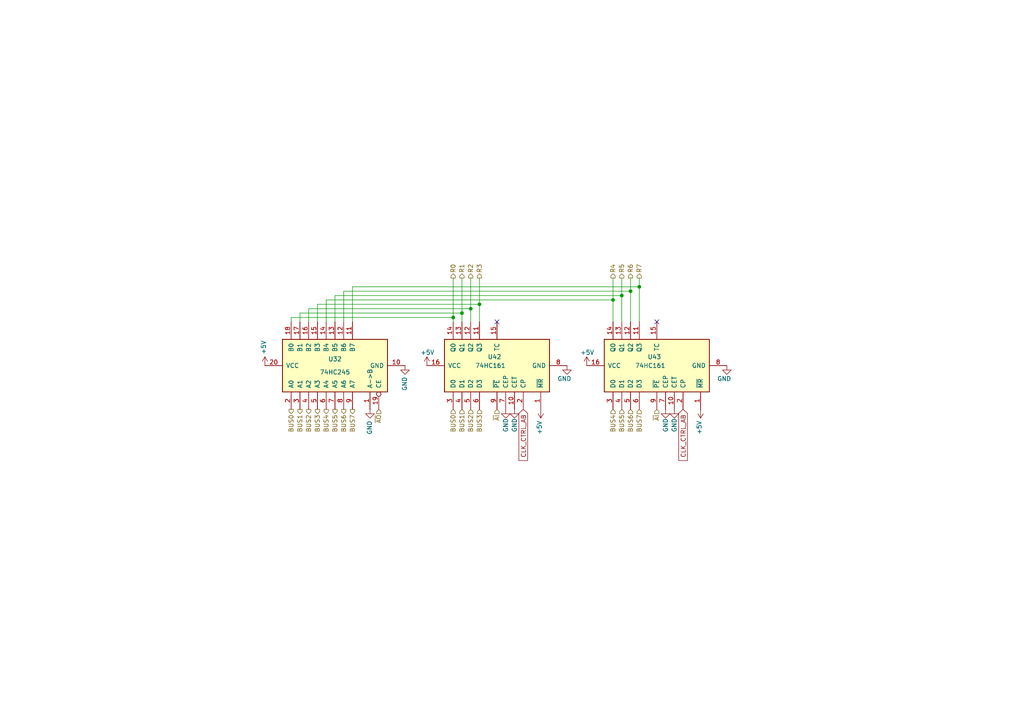
<source format=kicad_sch>
(kicad_sch (version 20211123) (generator eeschema)

  (uuid f8529c76-1044-4634-9957-c14ed2657ad1)

  (paper "A4")

  (title_block
    (title "A Register")
    (date "2023-10-27")
    (rev "2.0")
    (comment 2 "creativecommons.org/licenses/by-nc-sa/4.0/")
    (comment 3 "This work is licensed under CC BY-NC-SA 4.0")
    (comment 4 "Author: Carsten Herting (slu4)")
  )

  (lib_symbols
    (symbol "8-Bit CPU 32k:74HC161" (pin_names (offset 1.016)) (in_bom yes) (on_board yes)
      (property "Reference" "U" (id 0) (at -7.62 16.51 0)
        (effects (font (size 1.27 1.27)))
      )
      (property "Value" "74HC161" (id 1) (at -7.62 -16.51 0)
        (effects (font (size 1.27 1.27)))
      )
      (property "Footprint" "" (id 2) (at 0 0 0)
        (effects (font (size 1.27 1.27)) hide)
      )
      (property "Datasheet" "http://www.ti.com/lit/gpn/sn74LS161" (id 3) (at 0 0 0)
        (effects (font (size 1.27 1.27)) hide)
      )
      (property "ki_locked" "" (id 4) (at 0 0 0)
        (effects (font (size 1.27 1.27)))
      )
      (property "ki_keywords" "TTL CNT CNT4" (id 5) (at 0 0 0)
        (effects (font (size 1.27 1.27)) hide)
      )
      (property "ki_description" "Synchronous 4-bit programmable binary Counter" (id 6) (at 0 0 0)
        (effects (font (size 1.27 1.27)) hide)
      )
      (property "ki_fp_filters" "DIP?16*" (id 7) (at 0 0 0)
        (effects (font (size 1.27 1.27)) hide)
      )
      (symbol "74HC161_1_0"
        (pin input line (at -12.7 -12.7 0) (length 5.08)
          (name "~{MR}" (effects (font (size 1.27 1.27))))
          (number "1" (effects (font (size 1.27 1.27))))
        )
        (pin input line (at -12.7 -5.08 0) (length 5.08)
          (name "CET" (effects (font (size 1.27 1.27))))
          (number "10" (effects (font (size 1.27 1.27))))
        )
        (pin output line (at 12.7 5.08 180) (length 5.08)
          (name "Q3" (effects (font (size 1.27 1.27))))
          (number "11" (effects (font (size 1.27 1.27))))
        )
        (pin output line (at 12.7 7.62 180) (length 5.08)
          (name "Q2" (effects (font (size 1.27 1.27))))
          (number "12" (effects (font (size 1.27 1.27))))
        )
        (pin output line (at 12.7 10.16 180) (length 5.08)
          (name "Q1" (effects (font (size 1.27 1.27))))
          (number "13" (effects (font (size 1.27 1.27))))
        )
        (pin output line (at 12.7 12.7 180) (length 5.08)
          (name "Q0" (effects (font (size 1.27 1.27))))
          (number "14" (effects (font (size 1.27 1.27))))
        )
        (pin output line (at 12.7 0 180) (length 5.08)
          (name "TC" (effects (font (size 1.27 1.27))))
          (number "15" (effects (font (size 1.27 1.27))))
        )
        (pin power_in line (at 0 20.32 270) (length 5.08)
          (name "VCC" (effects (font (size 1.27 1.27))))
          (number "16" (effects (font (size 1.27 1.27))))
        )
        (pin input line (at -12.7 -7.62 0) (length 5.08)
          (name "CP" (effects (font (size 1.27 1.27))))
          (number "2" (effects (font (size 1.27 1.27))))
        )
        (pin input line (at -12.7 12.7 0) (length 5.08)
          (name "D0" (effects (font (size 1.27 1.27))))
          (number "3" (effects (font (size 1.27 1.27))))
        )
        (pin input line (at -12.7 10.16 0) (length 5.08)
          (name "D1" (effects (font (size 1.27 1.27))))
          (number "4" (effects (font (size 1.27 1.27))))
        )
        (pin input line (at -12.7 7.62 0) (length 5.08)
          (name "D2" (effects (font (size 1.27 1.27))))
          (number "5" (effects (font (size 1.27 1.27))))
        )
        (pin input line (at -12.7 5.08 0) (length 5.08)
          (name "D3" (effects (font (size 1.27 1.27))))
          (number "6" (effects (font (size 1.27 1.27))))
        )
        (pin input line (at -12.7 -2.54 0) (length 5.08)
          (name "CEP" (effects (font (size 1.27 1.27))))
          (number "7" (effects (font (size 1.27 1.27))))
        )
        (pin power_in line (at 0 -20.32 90) (length 5.08)
          (name "GND" (effects (font (size 1.27 1.27))))
          (number "8" (effects (font (size 1.27 1.27))))
        )
        (pin input line (at -12.7 0 0) (length 5.08)
          (name "~{PE}" (effects (font (size 1.27 1.27))))
          (number "9" (effects (font (size 1.27 1.27))))
        )
      )
      (symbol "74HC161_1_1"
        (rectangle (start -7.62 15.24) (end 7.62 -15.24)
          (stroke (width 0.254) (type default) (color 0 0 0 0))
          (fill (type background))
        )
      )
    )
    (symbol "8-Bit CPU 32k:74HC245" (pin_names (offset 1.016)) (in_bom yes) (on_board yes)
      (property "Reference" "U" (id 0) (at 0 -6.35 90)
        (effects (font (size 1.27 1.27)))
      )
      (property "Value" "74HC245" (id 1) (at 0 2.54 90)
        (effects (font (size 1.27 1.27)))
      )
      (property "Footprint" "" (id 2) (at 0 0 0)
        (effects (font (size 1.27 1.27)) hide)
      )
      (property "Datasheet" "http://www.ti.com/lit/gpn/sn74HC245" (id 3) (at 0 -17.78 0)
        (effects (font (size 1.27 1.27)) hide)
      )
      (property "ki_locked" "" (id 4) (at 0 0 0)
        (effects (font (size 1.27 1.27)))
      )
      (property "ki_keywords" "HCMOS BUS 3State" (id 5) (at 0 0 0)
        (effects (font (size 1.27 1.27)) hide)
      )
      (property "ki_description" "Octal BUS Transceivers, 3-State outputs" (id 6) (at 0 0 0)
        (effects (font (size 1.27 1.27)) hide)
      )
      (property "ki_fp_filters" "DIP?20*" (id 7) (at 0 0 0)
        (effects (font (size 1.27 1.27)) hide)
      )
      (symbol "74HC245_1_0"
        (pin input line (at -12.7 -10.16 0) (length 5.08)
          (name "A->B" (effects (font (size 1.27 1.27))))
          (number "1" (effects (font (size 1.27 1.27))))
        )
        (pin power_in line (at 0 -20.32 90) (length 5.08)
          (name "GND" (effects (font (size 1.27 1.27))))
          (number "10" (effects (font (size 1.27 1.27))))
        )
        (pin input line (at 12.7 -5.08 180) (length 5.08)
          (name "B7" (effects (font (size 1.27 1.27))))
          (number "11" (effects (font (size 1.27 1.27))))
        )
        (pin input line (at 12.7 -2.54 180) (length 5.08)
          (name "B6" (effects (font (size 1.27 1.27))))
          (number "12" (effects (font (size 1.27 1.27))))
        )
        (pin input line (at 12.7 0 180) (length 5.08)
          (name "B5" (effects (font (size 1.27 1.27))))
          (number "13" (effects (font (size 1.27 1.27))))
        )
        (pin input line (at 12.7 2.54 180) (length 5.08)
          (name "B4" (effects (font (size 1.27 1.27))))
          (number "14" (effects (font (size 1.27 1.27))))
        )
        (pin input line (at 12.7 5.08 180) (length 5.08)
          (name "B3" (effects (font (size 1.27 1.27))))
          (number "15" (effects (font (size 1.27 1.27))))
        )
        (pin input line (at 12.7 7.62 180) (length 5.08)
          (name "B2" (effects (font (size 1.27 1.27))))
          (number "16" (effects (font (size 1.27 1.27))))
        )
        (pin input line (at 12.7 10.16 180) (length 5.08)
          (name "B1" (effects (font (size 1.27 1.27))))
          (number "17" (effects (font (size 1.27 1.27))))
        )
        (pin input line (at 12.7 12.7 180) (length 5.08)
          (name "B0" (effects (font (size 1.27 1.27))))
          (number "18" (effects (font (size 1.27 1.27))))
        )
        (pin input inverted (at -12.7 -12.7 0) (length 5.08)
          (name "CE" (effects (font (size 1.27 1.27))))
          (number "19" (effects (font (size 1.27 1.27))))
        )
        (pin tri_state line (at -12.7 12.7 0) (length 5.08)
          (name "A0" (effects (font (size 1.27 1.27))))
          (number "2" (effects (font (size 1.27 1.27))))
        )
        (pin power_in line (at 0 20.32 270) (length 5.08)
          (name "VCC" (effects (font (size 1.27 1.27))))
          (number "20" (effects (font (size 1.27 1.27))))
        )
        (pin tri_state line (at -12.7 10.16 0) (length 5.08)
          (name "A1" (effects (font (size 1.27 1.27))))
          (number "3" (effects (font (size 1.27 1.27))))
        )
        (pin tri_state line (at -12.7 7.62 0) (length 5.08)
          (name "A2" (effects (font (size 1.27 1.27))))
          (number "4" (effects (font (size 1.27 1.27))))
        )
        (pin tri_state line (at -12.7 5.08 0) (length 5.08)
          (name "A3" (effects (font (size 1.27 1.27))))
          (number "5" (effects (font (size 1.27 1.27))))
        )
        (pin tri_state line (at -12.7 2.54 0) (length 5.08)
          (name "A4" (effects (font (size 1.27 1.27))))
          (number "6" (effects (font (size 1.27 1.27))))
        )
        (pin tri_state line (at -12.7 0 0) (length 5.08)
          (name "A5" (effects (font (size 1.27 1.27))))
          (number "7" (effects (font (size 1.27 1.27))))
        )
        (pin tri_state line (at -12.7 -2.54 0) (length 5.08)
          (name "A6" (effects (font (size 1.27 1.27))))
          (number "8" (effects (font (size 1.27 1.27))))
        )
        (pin tri_state line (at -12.7 -5.08 0) (length 5.08)
          (name "A7" (effects (font (size 1.27 1.27))))
          (number "9" (effects (font (size 1.27 1.27))))
        )
      )
      (symbol "74HC245_1_1"
        (rectangle (start -7.62 15.24) (end 7.62 -15.24)
          (stroke (width 0.254) (type default) (color 0 0 0 0))
          (fill (type background))
        )
      )
    )
    (symbol "power:+5V" (power) (pin_names (offset 0)) (in_bom yes) (on_board yes)
      (property "Reference" "#PWR" (id 0) (at 0 -3.81 0)
        (effects (font (size 1.27 1.27)) hide)
      )
      (property "Value" "+5V" (id 1) (at 0 3.556 0)
        (effects (font (size 1.27 1.27)))
      )
      (property "Footprint" "" (id 2) (at 0 0 0)
        (effects (font (size 1.27 1.27)) hide)
      )
      (property "Datasheet" "" (id 3) (at 0 0 0)
        (effects (font (size 1.27 1.27)) hide)
      )
      (property "ki_keywords" "power-flag" (id 4) (at 0 0 0)
        (effects (font (size 1.27 1.27)) hide)
      )
      (property "ki_description" "Power symbol creates a global label with name \"+5V\"" (id 5) (at 0 0 0)
        (effects (font (size 1.27 1.27)) hide)
      )
      (symbol "+5V_0_1"
        (polyline
          (pts
            (xy -0.762 1.27)
            (xy 0 2.54)
          )
          (stroke (width 0) (type default) (color 0 0 0 0))
          (fill (type none))
        )
        (polyline
          (pts
            (xy 0 0)
            (xy 0 2.54)
          )
          (stroke (width 0) (type default) (color 0 0 0 0))
          (fill (type none))
        )
        (polyline
          (pts
            (xy 0 2.54)
            (xy 0.762 1.27)
          )
          (stroke (width 0) (type default) (color 0 0 0 0))
          (fill (type none))
        )
      )
      (symbol "+5V_1_1"
        (pin power_in line (at 0 0 90) (length 0) hide
          (name "+5V" (effects (font (size 1.27 1.27))))
          (number "1" (effects (font (size 1.27 1.27))))
        )
      )
    )
    (symbol "power:GND" (power) (pin_names (offset 0)) (in_bom yes) (on_board yes)
      (property "Reference" "#PWR" (id 0) (at 0 -6.35 0)
        (effects (font (size 1.27 1.27)) hide)
      )
      (property "Value" "GND" (id 1) (at 0 -3.81 0)
        (effects (font (size 1.27 1.27)))
      )
      (property "Footprint" "" (id 2) (at 0 0 0)
        (effects (font (size 1.27 1.27)) hide)
      )
      (property "Datasheet" "" (id 3) (at 0 0 0)
        (effects (font (size 1.27 1.27)) hide)
      )
      (property "ki_keywords" "power-flag" (id 4) (at 0 0 0)
        (effects (font (size 1.27 1.27)) hide)
      )
      (property "ki_description" "Power symbol creates a global label with name \"GND\" , ground" (id 5) (at 0 0 0)
        (effects (font (size 1.27 1.27)) hide)
      )
      (symbol "GND_0_1"
        (polyline
          (pts
            (xy 0 0)
            (xy 0 -1.27)
            (xy 1.27 -1.27)
            (xy 0 -2.54)
            (xy -1.27 -1.27)
            (xy 0 -1.27)
          )
          (stroke (width 0) (type default) (color 0 0 0 0))
          (fill (type none))
        )
      )
      (symbol "GND_1_1"
        (pin power_in line (at 0 0 270) (length 0) hide
          (name "GND" (effects (font (size 1.27 1.27))))
          (number "1" (effects (font (size 1.27 1.27))))
        )
      )
    )
  )

  (junction (at 136.525 89.535) (diameter 0) (color 0 0 0 0)
    (uuid 19ebfde5-34ec-4d69-937d-c71c2d19adce)
  )
  (junction (at 139.065 88.265) (diameter 0) (color 0 0 0 0)
    (uuid 26671839-c1cd-4a2d-b66a-5366b77c3c8d)
  )
  (junction (at 185.42 83.185) (diameter 0) (color 0 0 0 0)
    (uuid 4061898d-82a3-46ca-8d39-b7514c44bdf7)
  )
  (junction (at 182.88 84.455) (diameter 0) (color 0 0 0 0)
    (uuid 47206267-3c99-4c1b-a878-82495655169e)
  )
  (junction (at 180.34 85.725) (diameter 0) (color 0 0 0 0)
    (uuid 6294fc63-60ec-409b-ba54-1d98268cf297)
  )
  (junction (at 177.8 86.995) (diameter 0) (color 0 0 0 0)
    (uuid 6a64a7de-7e3b-4589-862f-35452ecf51cc)
  )
  (junction (at 131.445 92.075) (diameter 0) (color 0 0 0 0)
    (uuid db8c9b1c-952c-4978-8481-88eed6f3dbd0)
  )
  (junction (at 133.985 90.805) (diameter 0) (color 0 0 0 0)
    (uuid e608ce64-793b-485d-a90e-c9981938c293)
  )

  (no_connect (at 190.5 93.345) (uuid c3418640-b515-4460-a2fe-226935090ea4))
  (no_connect (at 144.145 93.345) (uuid f7025b05-698a-44de-8b73-afc5877bd25e))

  (wire (pts (xy 133.985 93.345) (xy 133.985 90.805))
    (stroke (width 0) (type default) (color 0 0 0 0))
    (uuid 03e8005b-90b5-4df3-9262-352476d6b7b1)
  )
  (wire (pts (xy 177.8 93.345) (xy 177.8 86.995))
    (stroke (width 0) (type default) (color 0 0 0 0))
    (uuid 0b24b638-6f98-43f3-bb3f-ab4e31c06556)
  )
  (wire (pts (xy 89.535 89.535) (xy 136.525 89.535))
    (stroke (width 0) (type default) (color 0 0 0 0))
    (uuid 226b6328-a4a4-4ebe-8d90-f0e5b090967b)
  )
  (wire (pts (xy 99.695 84.455) (xy 99.695 93.345))
    (stroke (width 0) (type default) (color 0 0 0 0))
    (uuid 281643bf-bd56-44df-92c6-00e8a063be61)
  )
  (wire (pts (xy 139.065 93.345) (xy 139.065 88.265))
    (stroke (width 0) (type default) (color 0 0 0 0))
    (uuid 28774bd0-c09f-40bf-a4f0-5551a40385de)
  )
  (wire (pts (xy 131.445 80.645) (xy 131.445 92.075))
    (stroke (width 0) (type default) (color 0 0 0 0))
    (uuid 2a0cd7cc-5225-4490-b67f-dc1cd8a3dab1)
  )
  (wire (pts (xy 86.995 90.805) (xy 133.985 90.805))
    (stroke (width 0) (type default) (color 0 0 0 0))
    (uuid 340a3bd6-48bf-4bd1-bb2d-46e225da834c)
  )
  (wire (pts (xy 102.235 83.185) (xy 185.42 83.185))
    (stroke (width 0) (type default) (color 0 0 0 0))
    (uuid 34b57787-0c1a-4215-a477-91ba8ff04569)
  )
  (wire (pts (xy 89.535 89.535) (xy 89.535 93.345))
    (stroke (width 0) (type default) (color 0 0 0 0))
    (uuid 3a8b2fd6-a74c-466a-bd05-b6f131341535)
  )
  (wire (pts (xy 136.525 93.345) (xy 136.525 89.535))
    (stroke (width 0) (type default) (color 0 0 0 0))
    (uuid 4664860e-03b9-4fef-9b7e-15d045517321)
  )
  (wire (pts (xy 92.075 88.265) (xy 92.075 93.345))
    (stroke (width 0) (type default) (color 0 0 0 0))
    (uuid 4c72855f-97d6-49af-bbf2-e446fab7f0a6)
  )
  (wire (pts (xy 131.445 92.075) (xy 84.455 92.075))
    (stroke (width 0) (type default) (color 0 0 0 0))
    (uuid 4f94bc12-ae42-49bf-b2f4-6ef39c14ae85)
  )
  (wire (pts (xy 97.155 85.725) (xy 97.155 93.345))
    (stroke (width 0) (type default) (color 0 0 0 0))
    (uuid 5358c7f4-d37c-488e-bac7-d8c4e80d55b6)
  )
  (wire (pts (xy 97.155 85.725) (xy 180.34 85.725))
    (stroke (width 0) (type default) (color 0 0 0 0))
    (uuid 5d383d62-db2d-4f52-9938-567ac535bd14)
  )
  (wire (pts (xy 177.8 80.645) (xy 177.8 86.995))
    (stroke (width 0) (type default) (color 0 0 0 0))
    (uuid 5fdc4a58-9563-49ce-999d-6bf838d38b63)
  )
  (wire (pts (xy 180.34 80.645) (xy 180.34 85.725))
    (stroke (width 0) (type default) (color 0 0 0 0))
    (uuid 6fb58315-5229-4926-9a24-469144cb5914)
  )
  (wire (pts (xy 136.525 80.645) (xy 136.525 89.535))
    (stroke (width 0) (type default) (color 0 0 0 0))
    (uuid 7b227ba3-b71f-4fdb-9db9-b455399b1c97)
  )
  (wire (pts (xy 182.88 84.455) (xy 99.695 84.455))
    (stroke (width 0) (type default) (color 0 0 0 0))
    (uuid 7cc02389-0bcf-40cb-b824-84a43ff3816c)
  )
  (wire (pts (xy 139.065 80.645) (xy 139.065 88.265))
    (stroke (width 0) (type default) (color 0 0 0 0))
    (uuid 857ff4c5-f361-49ce-bf5c-c79b97ea61c4)
  )
  (wire (pts (xy 133.985 80.645) (xy 133.985 90.805))
    (stroke (width 0) (type default) (color 0 0 0 0))
    (uuid 87e17e9d-3061-4017-a757-ee5686516dab)
  )
  (wire (pts (xy 180.34 93.345) (xy 180.34 85.725))
    (stroke (width 0) (type default) (color 0 0 0 0))
    (uuid 9522066f-4b56-4cad-af95-c45df0769571)
  )
  (wire (pts (xy 185.42 83.185) (xy 185.42 93.345))
    (stroke (width 0) (type default) (color 0 0 0 0))
    (uuid ba31f835-5fe2-4244-9afd-a8fe2d937eb5)
  )
  (wire (pts (xy 139.065 88.265) (xy 92.075 88.265))
    (stroke (width 0) (type default) (color 0 0 0 0))
    (uuid c3d04000-c53e-4d04-89af-7deff5ddb448)
  )
  (wire (pts (xy 94.615 86.995) (xy 94.615 93.345))
    (stroke (width 0) (type default) (color 0 0 0 0))
    (uuid c5bd0ed2-c850-47a0-ae54-fd2e0eecdb17)
  )
  (wire (pts (xy 185.42 80.645) (xy 185.42 83.185))
    (stroke (width 0) (type default) (color 0 0 0 0))
    (uuid d4011eaa-509c-4a95-8a31-100f00bdd659)
  )
  (wire (pts (xy 84.455 92.075) (xy 84.455 93.345))
    (stroke (width 0) (type default) (color 0 0 0 0))
    (uuid d48f7c17-d984-42cc-8f42-db4bf33ff782)
  )
  (wire (pts (xy 102.235 83.185) (xy 102.235 93.345))
    (stroke (width 0) (type default) (color 0 0 0 0))
    (uuid e498b061-5b84-4b22-98d2-0e7421348e7d)
  )
  (wire (pts (xy 182.88 80.645) (xy 182.88 84.455))
    (stroke (width 0) (type default) (color 0 0 0 0))
    (uuid e5d95e55-0c48-4706-8672-aef2be91e493)
  )
  (wire (pts (xy 94.615 86.995) (xy 177.8 86.995))
    (stroke (width 0) (type default) (color 0 0 0 0))
    (uuid fb280074-5114-44d8-a716-49618be1338b)
  )
  (wire (pts (xy 86.995 90.805) (xy 86.995 93.345))
    (stroke (width 0) (type default) (color 0 0 0 0))
    (uuid fbb4916b-7c54-4b09-bde9-1f6852a4df99)
  )
  (wire (pts (xy 131.445 93.345) (xy 131.445 92.075))
    (stroke (width 0) (type default) (color 0 0 0 0))
    (uuid fe6e77ab-03fa-42c1-ae32-107d547d1f19)
  )
  (wire (pts (xy 182.88 93.345) (xy 182.88 84.455))
    (stroke (width 0) (type default) (color 0 0 0 0))
    (uuid ffc026d9-6d8b-435a-b6ec-59019dd9a977)
  )

  (global_label "CLK_CTRL_AB" (shape input) (at 198.12 118.745 270) (fields_autoplaced)
    (effects (font (size 1.27 1.27)) (justify right))
    (uuid 32bfc443-b7c0-4ebf-81da-06fdd31916bc)
    (property "Intersheet References" "${INTERSHEET_REFS}" (id 0) (at 198.0406 133.4668 90)
      (effects (font (size 1.27 1.27)) (justify right) hide)
    )
  )
  (global_label "CLK_CTRL_AB" (shape input) (at 151.765 118.745 270) (fields_autoplaced)
    (effects (font (size 1.27 1.27)) (justify right))
    (uuid 96602c44-f537-4f4c-ab25-813ebdeeea1a)
    (property "Intersheet References" "${INTERSHEET_REFS}" (id 0) (at 151.6856 133.4668 90)
      (effects (font (size 1.27 1.27)) (justify right) hide)
    )
  )

  (hierarchical_label "R0" (shape output) (at 131.445 80.645 90)
    (effects (font (size 1.27 1.27)) (justify left))
    (uuid 05619526-6a9b-494d-b751-82571421cb2a)
  )
  (hierarchical_label "BUS0" (shape input) (at 131.445 118.745 270)
    (effects (font (size 1.27 1.27)) (justify right))
    (uuid 0e409468-9439-4519-ab85-f06067200ce2)
  )
  (hierarchical_label "BUS3" (shape input) (at 139.065 118.745 270)
    (effects (font (size 1.27 1.27)) (justify right))
    (uuid 208a3042-5627-4cc2-990b-656feafdaba8)
  )
  (hierarchical_label "BUS1" (shape output) (at 86.995 118.745 270)
    (effects (font (size 1.27 1.27)) (justify right))
    (uuid 31a0ee21-e6bc-4c84-84e1-8f7e1bd34fbb)
  )
  (hierarchical_label "BUS6" (shape input) (at 182.88 118.745 270)
    (effects (font (size 1.27 1.27)) (justify right))
    (uuid 356e1c5d-3f47-4214-ab22-24d6ce828eb6)
  )
  (hierarchical_label "BUS7" (shape input) (at 185.42 118.745 270)
    (effects (font (size 1.27 1.27)) (justify right))
    (uuid 3df148fe-0f1d-403f-91ff-4516c1e40709)
  )
  (hierarchical_label "R2" (shape output) (at 136.525 80.645 90)
    (effects (font (size 1.27 1.27)) (justify left))
    (uuid 40d5714a-5f52-40e9-b240-10883ef0ed6f)
  )
  (hierarchical_label "BUS6" (shape output) (at 99.695 118.745 270)
    (effects (font (size 1.27 1.27)) (justify right))
    (uuid 512294f1-d9aa-4050-bb20-bddfdf9607f7)
  )
  (hierarchical_label "~{AI}" (shape input) (at 190.5 118.745 270)
    (effects (font (size 1.27 1.27)) (justify right))
    (uuid 6a82797b-d59c-4f48-88c8-aaa0b85f7988)
  )
  (hierarchical_label "R6" (shape output) (at 182.88 80.645 90)
    (effects (font (size 1.27 1.27)) (justify left))
    (uuid 74ac6701-6ea3-4c3d-a23b-29d1522845d6)
  )
  (hierarchical_label "BUS4" (shape input) (at 177.8 118.745 270)
    (effects (font (size 1.27 1.27)) (justify right))
    (uuid 8bc7ceea-bf91-4709-94fa-a6fdb68a7800)
  )
  (hierarchical_label "R7" (shape output) (at 185.42 80.645 90)
    (effects (font (size 1.27 1.27)) (justify left))
    (uuid 8dff082c-a0a8-4fa2-b8cb-f6228b0506c8)
  )
  (hierarchical_label "R5" (shape output) (at 180.34 80.645 90)
    (effects (font (size 1.27 1.27)) (justify left))
    (uuid 93aea1de-1887-4bf1-9b6b-420b5734949b)
  )
  (hierarchical_label "BUS5" (shape input) (at 180.34 118.745 270)
    (effects (font (size 1.27 1.27)) (justify right))
    (uuid 93c8bb3b-f510-42b2-abc9-7a1c69b17511)
  )
  (hierarchical_label "~{AO}" (shape input) (at 109.855 118.745 270)
    (effects (font (size 1.27 1.27)) (justify right))
    (uuid 95d6b912-3300-4878-869b-9c06ff665304)
  )
  (hierarchical_label "BUS3" (shape output) (at 92.075 118.745 270)
    (effects (font (size 1.27 1.27)) (justify right))
    (uuid 9d242389-a273-4bcf-8a69-ae2d36439502)
  )
  (hierarchical_label "R1" (shape output) (at 133.985 80.645 90)
    (effects (font (size 1.27 1.27)) (justify left))
    (uuid a11be420-3099-49e8-8c90-78b9b444d303)
  )
  (hierarchical_label "BUS1" (shape input) (at 133.985 118.745 270)
    (effects (font (size 1.27 1.27)) (justify right))
    (uuid a35e3714-4b00-4f36-90b1-bd74bf799813)
  )
  (hierarchical_label "BUS5" (shape output) (at 97.155 118.745 270)
    (effects (font (size 1.27 1.27)) (justify right))
    (uuid a751a0c9-e46b-437d-88b6-5528a9aca101)
  )
  (hierarchical_label "R4" (shape output) (at 177.8 80.645 90)
    (effects (font (size 1.27 1.27)) (justify left))
    (uuid ae1f40a7-59a3-4145-b704-9c3e7131a9c3)
  )
  (hierarchical_label "BUS2" (shape input) (at 136.525 118.745 270)
    (effects (font (size 1.27 1.27)) (justify right))
    (uuid b4853f97-e44f-4511-b837-8be0e80a69e6)
  )
  (hierarchical_label "R3" (shape output) (at 139.065 80.645 90)
    (effects (font (size 1.27 1.27)) (justify left))
    (uuid ba38e1fe-8a4f-4d1f-8e97-8cff2def593f)
  )
  (hierarchical_label "BUS7" (shape output) (at 102.235 118.745 270)
    (effects (font (size 1.27 1.27)) (justify right))
    (uuid d13f5589-3268-407d-b5d8-3cfec0361ecf)
  )
  (hierarchical_label "BUS4" (shape output) (at 94.615 118.745 270)
    (effects (font (size 1.27 1.27)) (justify right))
    (uuid d64f13c2-d9fc-4e43-9b93-7fbd74138c84)
  )
  (hierarchical_label "BUS2" (shape output) (at 89.535 118.745 270)
    (effects (font (size 1.27 1.27)) (justify right))
    (uuid e098fa0c-b869-4ec5-9a0e-f45ed9bb38a4)
  )
  (hierarchical_label "BUS0" (shape output) (at 84.455 118.745 270)
    (effects (font (size 1.27 1.27)) (justify right))
    (uuid e8275b94-3c57-410e-ba7b-9f9e6cddafd6)
  )
  (hierarchical_label "~{AI}" (shape input) (at 144.145 118.745 270)
    (effects (font (size 1.27 1.27)) (justify right))
    (uuid efec227a-2f22-456a-ac89-fd9f6a7fcb70)
  )

  (symbol (lib_id "power:+5V") (at 76.835 106.045 0) (mirror y) (unit 1)
    (in_bom yes) (on_board yes)
    (uuid 04c83ccb-ef97-4354-b711-8bb0908d1ba6)
    (property "Reference" "#PWR079" (id 0) (at 76.835 109.855 0)
      (effects (font (size 1.27 1.27)) hide)
    )
    (property "Value" "+5V" (id 1) (at 76.454 102.7938 90)
      (effects (font (size 1.27 1.27)) (justify left))
    )
    (property "Footprint" "" (id 2) (at 76.835 106.045 0)
      (effects (font (size 1.27 1.27)) hide)
    )
    (property "Datasheet" "" (id 3) (at 76.835 106.045 0)
      (effects (font (size 1.27 1.27)) hide)
    )
    (pin "1" (uuid fea9549f-c8b0-41d3-aa29-b5b573250321))
  )

  (symbol (lib_id "power:GND") (at 146.685 118.745 0) (mirror y) (unit 1)
    (in_bom yes) (on_board yes)
    (uuid 0911d74d-0fd1-421a-a964-e915a061aacb)
    (property "Reference" "#PWR091" (id 0) (at 146.685 125.095 0)
      (effects (font (size 1.27 1.27)) hide)
    )
    (property "Value" "GND" (id 1) (at 146.685 121.285 90)
      (effects (font (size 1.27 1.27)) (justify right))
    )
    (property "Footprint" "" (id 2) (at 146.685 118.745 0)
      (effects (font (size 1.27 1.27)) hide)
    )
    (property "Datasheet" "" (id 3) (at 146.685 118.745 0)
      (effects (font (size 1.27 1.27)) hide)
    )
    (pin "1" (uuid c9125579-994a-49e7-988b-14b524d4d746))
  )

  (symbol (lib_id "power:GND") (at 164.465 106.045 0) (unit 1)
    (in_bom yes) (on_board yes)
    (uuid 1c28d876-5dd2-4b61-b934-3a7bd654e6b9)
    (property "Reference" "#PWR096" (id 0) (at 164.465 112.395 0)
      (effects (font (size 1.27 1.27)) hide)
    )
    (property "Value" "GND" (id 1) (at 165.735 109.855 0)
      (effects (font (size 1.27 1.27)) (justify right))
    )
    (property "Footprint" "" (id 2) (at 164.465 106.045 0)
      (effects (font (size 1.27 1.27)) hide)
    )
    (property "Datasheet" "" (id 3) (at 164.465 106.045 0)
      (effects (font (size 1.27 1.27)) hide)
    )
    (pin "1" (uuid fc852a33-7ca8-4192-a555-dcc4dc078c1b))
  )

  (symbol (lib_id "power:GND") (at 107.315 118.745 0) (mirror y) (unit 1)
    (in_bom yes) (on_board yes)
    (uuid 1ddaa7b3-2409-4817-831e-ccb6de74e9a1)
    (property "Reference" "#PWR086" (id 0) (at 107.315 125.095 0)
      (effects (font (size 1.27 1.27)) hide)
    )
    (property "Value" "GND" (id 1) (at 107.188 121.9962 90)
      (effects (font (size 1.27 1.27)) (justify right))
    )
    (property "Footprint" "" (id 2) (at 107.315 118.745 0)
      (effects (font (size 1.27 1.27)) hide)
    )
    (property "Datasheet" "" (id 3) (at 107.315 118.745 0)
      (effects (font (size 1.27 1.27)) hide)
    )
    (pin "1" (uuid 449714d3-f904-489d-842d-ec3298c64b11))
  )

  (symbol (lib_id "power:GND") (at 210.82 106.045 0) (unit 1)
    (in_bom yes) (on_board yes)
    (uuid 32549910-c17f-4cc8-90ff-dc65ce8c5cf0)
    (property "Reference" "#PWR0106" (id 0) (at 210.82 112.395 0)
      (effects (font (size 1.27 1.27)) hide)
    )
    (property "Value" "GND" (id 1) (at 212.09 109.855 0)
      (effects (font (size 1.27 1.27)) (justify right))
    )
    (property "Footprint" "" (id 2) (at 210.82 106.045 0)
      (effects (font (size 1.27 1.27)) hide)
    )
    (property "Datasheet" "" (id 3) (at 210.82 106.045 0)
      (effects (font (size 1.27 1.27)) hide)
    )
    (pin "1" (uuid 46dace92-2116-4ee5-9797-dce540b60f2e))
  )

  (symbol (lib_id "8-Bit CPU 32k:74HC161") (at 190.5 106.045 90) (unit 1)
    (in_bom yes) (on_board yes)
    (uuid 5161e6a0-80f2-459e-be4d-2696de383dce)
    (property "Reference" "U43" (id 0) (at 191.77 103.505 90)
      (effects (font (size 1.27 1.27)) (justify left))
    )
    (property "Value" "74HC161" (id 1) (at 193.04 106.045 90)
      (effects (font (size 1.27 1.27)) (justify left))
    )
    (property "Footprint" "Package_DIP:DIP-16_W7.62mm" (id 2) (at 190.5 106.045 0)
      (effects (font (size 1.27 1.27)) hide)
    )
    (property "Datasheet" "http://www.ti.com/lit/gpn/sn74LS161" (id 3) (at 190.5 106.045 0)
      (effects (font (size 1.27 1.27)) hide)
    )
    (pin "1" (uuid cd9d5f69-deaf-4183-8ee9-0d202f60b7b0))
    (pin "10" (uuid f8043627-3b64-4fb9-97b4-7a145f7ea1a1))
    (pin "11" (uuid 055fa5f6-a273-4ed9-a1fe-34718fbd4c64))
    (pin "12" (uuid 69762927-3b89-45db-99c0-078cf3899e3e))
    (pin "13" (uuid b5f590aa-0990-447f-b531-76fd738b4891))
    (pin "14" (uuid 989e883d-02c6-4558-98c8-3ff80aa06758))
    (pin "15" (uuid decd43f1-62ff-4cf8-971d-802ee52bb548))
    (pin "16" (uuid 80eda48e-43d2-46dd-9341-b29e74e76269))
    (pin "2" (uuid bde0a4b2-3997-4532-be16-15aa2326f019))
    (pin "3" (uuid f51ce3e8-74b5-4563-b554-ad8ca41170ac))
    (pin "4" (uuid a121fa9c-007b-425e-82b5-20b58240789a))
    (pin "5" (uuid 2fbe8d96-8bd3-4f19-991b-c0cd5ca4c6b0))
    (pin "6" (uuid 15c9894e-b251-49e5-8b60-a3a1414d1efe))
    (pin "7" (uuid e25ec9ce-50e3-4030-ae1a-8a60002ea3ff))
    (pin "8" (uuid 33e73e6c-95ca-4e47-9138-46e945b9a172))
    (pin "9" (uuid eee5e01b-e866-441d-9a79-8f53ae9a4112))
  )

  (symbol (lib_id "power:+5V") (at 156.845 118.745 180) (unit 1)
    (in_bom yes) (on_board yes)
    (uuid 5bbd4b1d-5edc-4722-b67a-35c59cba4807)
    (property "Reference" "#PWR095" (id 0) (at 156.845 114.935 0)
      (effects (font (size 1.27 1.27)) hide)
    )
    (property "Value" "+5V" (id 1) (at 156.464 121.9962 90)
      (effects (font (size 1.27 1.27)) (justify left))
    )
    (property "Footprint" "" (id 2) (at 156.845 118.745 0)
      (effects (font (size 1.27 1.27)) hide)
    )
    (property "Datasheet" "" (id 3) (at 156.845 118.745 0)
      (effects (font (size 1.27 1.27)) hide)
    )
    (pin "1" (uuid a2990af2-308f-46cd-80f4-dce7904e5206))
  )

  (symbol (lib_id "power:+5V") (at 203.2 118.745 180) (unit 1)
    (in_bom yes) (on_board yes)
    (uuid 5fd1f378-f83f-44b6-8703-825e561f006e)
    (property "Reference" "#PWR0105" (id 0) (at 203.2 114.935 0)
      (effects (font (size 1.27 1.27)) hide)
    )
    (property "Value" "+5V" (id 1) (at 202.819 121.9962 90)
      (effects (font (size 1.27 1.27)) (justify left))
    )
    (property "Footprint" "" (id 2) (at 203.2 118.745 0)
      (effects (font (size 1.27 1.27)) hide)
    )
    (property "Datasheet" "" (id 3) (at 203.2 118.745 0)
      (effects (font (size 1.27 1.27)) hide)
    )
    (pin "1" (uuid b0319e83-59b4-4bdf-b432-be11cd597c25))
  )

  (symbol (lib_id "power:GND") (at 193.04 118.745 0) (mirror y) (unit 1)
    (in_bom yes) (on_board yes)
    (uuid 620c64ca-e28b-4df5-b8e5-01ca65888abb)
    (property "Reference" "#PWR098" (id 0) (at 193.04 125.095 0)
      (effects (font (size 1.27 1.27)) hide)
    )
    (property "Value" "GND" (id 1) (at 193.04 121.285 90)
      (effects (font (size 1.27 1.27)) (justify right))
    )
    (property "Footprint" "" (id 2) (at 193.04 118.745 0)
      (effects (font (size 1.27 1.27)) hide)
    )
    (property "Datasheet" "" (id 3) (at 193.04 118.745 0)
      (effects (font (size 1.27 1.27)) hide)
    )
    (pin "1" (uuid e4a6b4e0-afa1-4f65-a13c-8c1f8ff02032))
  )

  (symbol (lib_id "power:GND") (at 149.225 118.745 0) (mirror y) (unit 1)
    (in_bom yes) (on_board yes)
    (uuid 7ffae3fd-1dec-4580-8bab-c90685eb6cfe)
    (property "Reference" "#PWR094" (id 0) (at 149.225 125.095 0)
      (effects (font (size 1.27 1.27)) hide)
    )
    (property "Value" "GND" (id 1) (at 149.225 121.285 90)
      (effects (font (size 1.27 1.27)) (justify right))
    )
    (property "Footprint" "" (id 2) (at 149.225 118.745 0)
      (effects (font (size 1.27 1.27)) hide)
    )
    (property "Datasheet" "" (id 3) (at 149.225 118.745 0)
      (effects (font (size 1.27 1.27)) hide)
    )
    (pin "1" (uuid 28a4d1cb-771f-451e-89e4-252ee9403fc8))
  )

  (symbol (lib_id "8-Bit CPU 32k:74HC245") (at 97.155 106.045 90) (unit 1)
    (in_bom yes) (on_board yes)
    (uuid 91657452-cdbb-42de-a483-70cfaf832cd2)
    (property "Reference" "U32" (id 0) (at 97.155 104.14 90))
    (property "Value" "74HC245" (id 1) (at 97.155 107.95 90))
    (property "Footprint" "Package_DIP:DIP-20_W7.62mm" (id 2) (at 97.155 106.045 0)
      (effects (font (size 1.27 1.27)) hide)
    )
    (property "Datasheet" "http://www.ti.com/lit/gpn/sn74HC245" (id 3) (at 114.935 106.045 0)
      (effects (font (size 1.27 1.27)) hide)
    )
    (pin "1" (uuid ea58bbf4-b853-4ee2-9e5e-3f8366f597a0))
    (pin "10" (uuid a24ceeb3-960b-47c3-b4b9-cb9d7ceaa3ea))
    (pin "11" (uuid bb0f8dad-eadb-4d64-a143-5be71cfb6f89))
    (pin "12" (uuid f77683a3-52de-48ec-9f0a-2de996fc3750))
    (pin "13" (uuid fe17c794-c2a2-4d18-bd54-a138d0783b33))
    (pin "14" (uuid d0be2330-5907-4f1d-bf72-0286453817a2))
    (pin "15" (uuid eccc209b-9bb8-4a75-94ba-75bd8774001c))
    (pin "16" (uuid 28a04177-4cce-4e83-bd6e-e47bead8a165))
    (pin "17" (uuid 8c64633f-d3b7-4406-a456-47d7eb32b1be))
    (pin "18" (uuid 6b6d129e-f3f1-4631-975a-ddddbd22db57))
    (pin "19" (uuid e7342617-80d0-468d-ac4e-147d518edeab))
    (pin "2" (uuid bfcf0757-875b-4961-aa15-0fabab8fac9e))
    (pin "20" (uuid f031e9c6-bdae-4ba7-a2ad-c60e037c387e))
    (pin "3" (uuid 269cf9ce-34dd-4de2-9a8b-23fbed14120e))
    (pin "4" (uuid ca73e7ef-fe83-4b86-b287-1456342b8c14))
    (pin "5" (uuid 6d9ba9db-0357-4877-b9b6-770f3d40782f))
    (pin "6" (uuid bb2f1d9f-0ce1-4ce6-826a-97f036731db0))
    (pin "7" (uuid 5683f1ad-4250-4200-9919-230a6d9a1067))
    (pin "8" (uuid 4e54fcb6-f423-4605-95a4-6bfd2e6e128c))
    (pin "9" (uuid 2705c957-0992-4a46-a812-85ff18776117))
  )

  (symbol (lib_id "power:GND") (at 117.475 106.045 0) (mirror y) (unit 1)
    (in_bom yes) (on_board yes)
    (uuid 9af537c7-73be-4368-8c7c-aba26e924cc0)
    (property "Reference" "#PWR088" (id 0) (at 117.475 112.395 0)
      (effects (font (size 1.27 1.27)) hide)
    )
    (property "Value" "GND" (id 1) (at 117.348 109.2962 90)
      (effects (font (size 1.27 1.27)) (justify right))
    )
    (property "Footprint" "" (id 2) (at 117.475 106.045 0)
      (effects (font (size 1.27 1.27)) hide)
    )
    (property "Datasheet" "" (id 3) (at 117.475 106.045 0)
      (effects (font (size 1.27 1.27)) hide)
    )
    (pin "1" (uuid fcb303f4-f705-474c-84e4-bc2442a31af1))
  )

  (symbol (lib_id "8-Bit CPU 32k:74HC161") (at 144.145 106.045 90) (unit 1)
    (in_bom yes) (on_board yes)
    (uuid a2283fb1-5cce-4bfd-b69e-71fa87637c1a)
    (property "Reference" "U42" (id 0) (at 145.415 103.505 90)
      (effects (font (size 1.27 1.27)) (justify left))
    )
    (property "Value" "74HC161" (id 1) (at 146.685 106.045 90)
      (effects (font (size 1.27 1.27)) (justify left))
    )
    (property "Footprint" "Package_DIP:DIP-16_W7.62mm" (id 2) (at 144.145 106.045 0)
      (effects (font (size 1.27 1.27)) hide)
    )
    (property "Datasheet" "http://www.ti.com/lit/gpn/sn74LS161" (id 3) (at 144.145 106.045 0)
      (effects (font (size 1.27 1.27)) hide)
    )
    (pin "1" (uuid 4792f814-63e4-441c-bc59-0c06c28b6f92))
    (pin "10" (uuid 386cb0cf-a333-4026-add9-2264fc39c2cd))
    (pin "11" (uuid fdc152ad-2a32-45f2-af63-b60aa2a69836))
    (pin "12" (uuid b1a1e93f-f274-49ee-9392-28b5b72a23dc))
    (pin "13" (uuid 73de313d-b351-4fb4-b471-1d3defed6c1b))
    (pin "14" (uuid b7f202de-a6d5-4c8e-90c5-a9817ae8c4cf))
    (pin "15" (uuid f6c4e920-e684-44c5-aaa4-6c5fb1f042be))
    (pin "16" (uuid a310d075-0b67-452f-859a-671fd1dd95ee))
    (pin "2" (uuid f5503352-63be-4984-accf-3825e9a81480))
    (pin "3" (uuid cb7cdd0d-4096-4c5d-a8bf-feadf866033b))
    (pin "4" (uuid fbca1efd-b094-488f-afce-d6f385eca163))
    (pin "5" (uuid 5efa9f16-4a1f-4b37-ad59-74da5e197254))
    (pin "6" (uuid a7ee9ad3-2b26-4a53-b89f-f514b29ad463))
    (pin "7" (uuid 3d68d882-76bc-4ec5-aede-45b24cdc115e))
    (pin "8" (uuid 261ed395-7e95-47b4-b5ea-a106afeb9001))
    (pin "9" (uuid 1f926cc5-887b-4d5c-b3a6-c0dd9b655cb8))
  )

  (symbol (lib_id "power:GND") (at 195.58 118.745 0) (mirror y) (unit 1)
    (in_bom yes) (on_board yes)
    (uuid bf813f2b-b40c-45d5-ad16-12d06dab9556)
    (property "Reference" "#PWR0101" (id 0) (at 195.58 125.095 0)
      (effects (font (size 1.27 1.27)) hide)
    )
    (property "Value" "GND" (id 1) (at 195.58 121.285 90)
      (effects (font (size 1.27 1.27)) (justify right))
    )
    (property "Footprint" "" (id 2) (at 195.58 118.745 0)
      (effects (font (size 1.27 1.27)) hide)
    )
    (property "Datasheet" "" (id 3) (at 195.58 118.745 0)
      (effects (font (size 1.27 1.27)) hide)
    )
    (pin "1" (uuid 4dbde32f-8446-4b7d-9839-cd483bba60f6))
  )

  (symbol (lib_id "power:+5V") (at 123.825 106.045 0) (unit 1)
    (in_bom yes) (on_board yes)
    (uuid e957551d-2fe1-42df-abc2-3bc92995e565)
    (property "Reference" "#PWR089" (id 0) (at 123.825 109.855 0)
      (effects (font (size 1.27 1.27)) hide)
    )
    (property "Value" "+5V" (id 1) (at 121.92 102.235 0)
      (effects (font (size 1.27 1.27)) (justify left))
    )
    (property "Footprint" "" (id 2) (at 123.825 106.045 0)
      (effects (font (size 1.27 1.27)) hide)
    )
    (property "Datasheet" "" (id 3) (at 123.825 106.045 0)
      (effects (font (size 1.27 1.27)) hide)
    )
    (pin "1" (uuid afc2e495-f3de-4a86-b8ef-28b2e28f5b14))
  )

  (symbol (lib_id "power:+5V") (at 170.18 106.045 0) (unit 1)
    (in_bom yes) (on_board yes)
    (uuid f1df6f55-46ad-4b9a-b1d9-2487a1e5c6c3)
    (property "Reference" "#PWR097" (id 0) (at 170.18 109.855 0)
      (effects (font (size 1.27 1.27)) hide)
    )
    (property "Value" "+5V" (id 1) (at 168.275 102.235 0)
      (effects (font (size 1.27 1.27)) (justify left))
    )
    (property "Footprint" "" (id 2) (at 170.18 106.045 0)
      (effects (font (size 1.27 1.27)) hide)
    )
    (property "Datasheet" "" (id 3) (at 170.18 106.045 0)
      (effects (font (size 1.27 1.27)) hide)
    )
    (pin "1" (uuid 51ba096b-1b4f-4044-b517-dd48f06dd918))
  )
)

</source>
